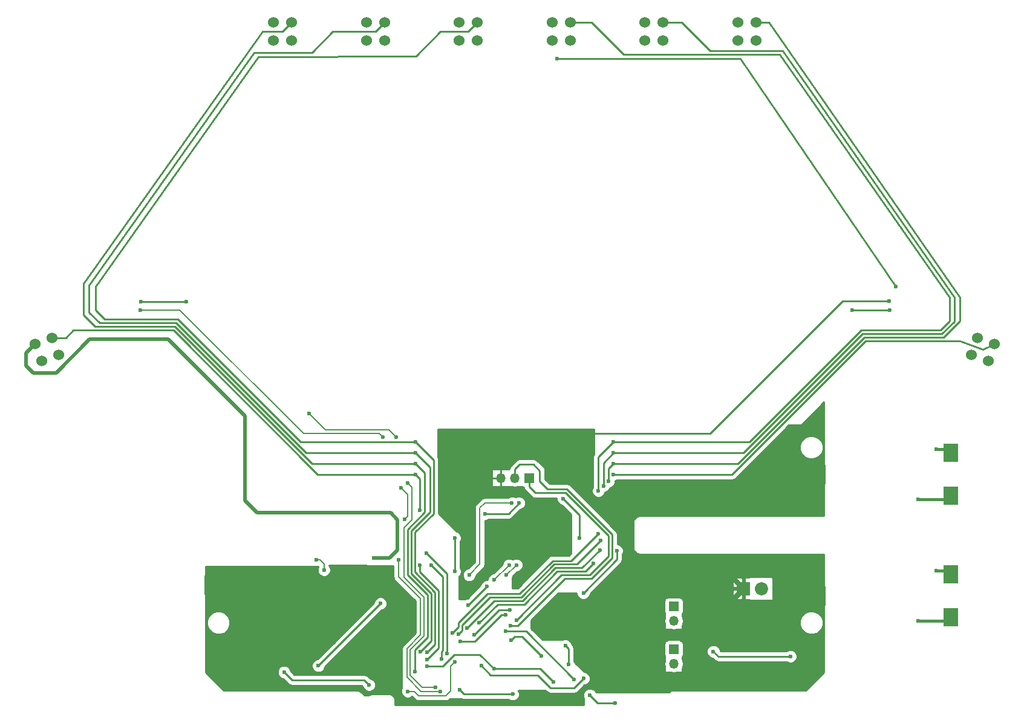
<source format=gbl>
G04 #@! TF.FileFunction,Copper,L2,Bot,Signal*
%FSLAX46Y46*%
G04 Gerber Fmt 4.6, Leading zero omitted, Abs format (unit mm)*
G04 Created by KiCad (PCBNEW 4.0.1-stable) date 2017/09/30 15:07:11*
%MOMM*%
G01*
G04 APERTURE LIST*
%ADD10C,0.100000*%
%ADD11R,1.850000X1.850000*%
%ADD12O,1.850000X1.850000*%
%ADD13R,1.350000X1.350000*%
%ADD14O,1.350000X1.350000*%
%ADD15C,1.524000*%
%ADD16R,2.000000X2.500000*%
%ADD17C,0.600000*%
%ADD18C,0.200000*%
%ADD19C,0.250000*%
%ADD20C,0.800000*%
%ADD21C,0.500000*%
%ADD22C,0.400000*%
%ADD23C,0.254000*%
G04 APERTURE END LIST*
D10*
D11*
X182000000Y-133000000D03*
D12*
X184540000Y-133000000D03*
D13*
X152000000Y-117500000D03*
D14*
X150000000Y-117500000D03*
X148000000Y-117500000D03*
D13*
X172250000Y-135500000D03*
D14*
X172250000Y-137500000D03*
D13*
X172250000Y-141500000D03*
D14*
X172250000Y-143500000D03*
D15*
X118770000Y-53730000D03*
X116230000Y-53730000D03*
X118770000Y-56270000D03*
X116230000Y-56270000D03*
X85259044Y-97872225D03*
X82872225Y-98740956D03*
X86127775Y-100259044D03*
X83740956Y-101127775D03*
X144770000Y-53730000D03*
X142230000Y-53730000D03*
X144770000Y-56270000D03*
X142230000Y-56270000D03*
X131770000Y-53730000D03*
X129230000Y-53730000D03*
X131770000Y-56270000D03*
X129230000Y-56270000D03*
X170770000Y-53730000D03*
X168230000Y-53730000D03*
X170770000Y-56270000D03*
X168230000Y-56270000D03*
X157770000Y-53730000D03*
X155230000Y-53730000D03*
X157770000Y-56270000D03*
X155230000Y-56270000D03*
X183770000Y-53730000D03*
X181230000Y-53730000D03*
X183770000Y-56270000D03*
X181230000Y-56270000D03*
X217127775Y-98740956D03*
X214740956Y-97872225D03*
X216259044Y-101127775D03*
X213872225Y-100259044D03*
D16*
X211000000Y-114000000D03*
X211000000Y-120000000D03*
X211000000Y-131000000D03*
X211000000Y-137000000D03*
D17*
X143700000Y-120500000D03*
X156100000Y-124700000D03*
X173800000Y-129500000D03*
X167000000Y-130000000D03*
X187700000Y-141100000D03*
X192700000Y-141000000D03*
X181800000Y-129100000D03*
X192500000Y-128900000D03*
X188600000Y-132200000D03*
X192400000Y-135400000D03*
X192000000Y-110600000D03*
X190300000Y-115900000D03*
X183200000Y-116500000D03*
X192600000Y-122100000D03*
X180100000Y-121300000D03*
X167000000Y-122300000D03*
X167000000Y-120200000D03*
X143800000Y-126200000D03*
X202400000Y-92700000D03*
X104000000Y-92800000D03*
X97700000Y-92800000D03*
X116600000Y-130600000D03*
X125200000Y-131100000D03*
X150450000Y-131900000D03*
X174100000Y-136400000D03*
X174100000Y-140100000D03*
X174000000Y-144500000D03*
X165700000Y-144800000D03*
X160800000Y-144800000D03*
X160750000Y-141450000D03*
X160750000Y-137550000D03*
X171800000Y-133600000D03*
X165800000Y-133800000D03*
X161400000Y-133800000D03*
X153300000Y-113100000D03*
X144900000Y-114000000D03*
X142600000Y-118000000D03*
X145800000Y-118000000D03*
X148500000Y-115400000D03*
X155100000Y-117500000D03*
X157300000Y-117700000D03*
X157400000Y-111300000D03*
X150000000Y-111300000D03*
X142500000Y-111300000D03*
X125000000Y-138000000D03*
X124700000Y-140600000D03*
X125000000Y-135400000D03*
X119500000Y-136300000D03*
X116700000Y-134500000D03*
X121700000Y-134800000D03*
X158500000Y-134700000D03*
X132300000Y-130500000D03*
X154400000Y-147800000D03*
X135800000Y-149000000D03*
X131400000Y-137400000D03*
X131000000Y-144400000D03*
X157100000Y-139200000D03*
X203300000Y-90700000D03*
X155900000Y-58800000D03*
X155400000Y-146100000D03*
X130300000Y-128700000D03*
X137700000Y-143850000D03*
X146100000Y-132700000D03*
X143500000Y-135300000D03*
X147100000Y-144250000D03*
X150600000Y-121000000D03*
X145800000Y-122500000D03*
X157100000Y-141000000D03*
X157500000Y-143600000D03*
X117700000Y-144700000D03*
X129600000Y-146500000D03*
X188600000Y-142500000D03*
X177800000Y-141800000D03*
X206500000Y-120500000D03*
X209000000Y-113500000D03*
X206500000Y-137500000D03*
X209000000Y-130500000D03*
X121200000Y-108500000D03*
X133400000Y-111800000D03*
X135000000Y-118200000D03*
X138900000Y-146800000D03*
X97600000Y-94000000D03*
X131500000Y-111800000D03*
X134100000Y-118900000D03*
X134600000Y-123300000D03*
X133700000Y-129000000D03*
X139600000Y-147400000D03*
X202500000Y-94000000D03*
X197200000Y-94000000D03*
X164300000Y-127700000D03*
X159600000Y-133600000D03*
X159600000Y-145600000D03*
X145300000Y-143800000D03*
X148700000Y-139000000D03*
X158300000Y-145700000D03*
X160500000Y-147900000D03*
X164000000Y-149000000D03*
X150200000Y-137400000D03*
X149400000Y-138200000D03*
X141600000Y-125900000D03*
X141600000Y-130600000D03*
X159050000Y-125950000D03*
X156750000Y-120400000D03*
X122500000Y-143800000D03*
X131200000Y-135100000D03*
X149700000Y-147800000D03*
X142300000Y-147200000D03*
X123300000Y-130400000D03*
X122200000Y-129000000D03*
X135000000Y-147400000D03*
X141600000Y-143300000D03*
X137600000Y-128000000D03*
X140500000Y-142100000D03*
X138300000Y-129750000D03*
X139750000Y-142850000D03*
X144300000Y-139500000D03*
X149300000Y-136000000D03*
X148700000Y-136700000D03*
X142400000Y-140400000D03*
X136000000Y-144600000D03*
X136100000Y-115500000D03*
X137700000Y-142900000D03*
X136700000Y-129700000D03*
X136700000Y-122000000D03*
X136100000Y-117000000D03*
X137700000Y-141900000D03*
X136100000Y-112500000D03*
X136800000Y-141800000D03*
X136100000Y-114000000D03*
X162400000Y-118600000D03*
X162000000Y-126300000D03*
X142100000Y-139400000D03*
X163800000Y-114000000D03*
X161700000Y-119300000D03*
X161700000Y-125300000D03*
X141300000Y-139200000D03*
X163800000Y-112500000D03*
X163100000Y-118000000D03*
X161900000Y-127600000D03*
X143300000Y-138500000D03*
X163800000Y-115500000D03*
X145000000Y-137800000D03*
X161000000Y-129500000D03*
X163800000Y-117000000D03*
X153700000Y-142400000D03*
X149500000Y-140200000D03*
X149200000Y-129700000D03*
X147100000Y-131800000D03*
X150200000Y-129700000D03*
X148800000Y-131100000D03*
X149600000Y-121000000D03*
X143600000Y-131100000D03*
D18*
X173800000Y-129500000D02*
X173300000Y-130000000D01*
X173300000Y-130000000D02*
X167000000Y-130000000D01*
D19*
X148000000Y-117500000D02*
X148000000Y-119100000D01*
X148000000Y-117500000D02*
X146400000Y-117500000D01*
X148000000Y-117500000D02*
X148000000Y-116200000D01*
D20*
X182000000Y-133000000D02*
X180100000Y-134900000D01*
X182000000Y-133000000D02*
X180100000Y-131100000D01*
D18*
X187800000Y-141000000D02*
X187700000Y-141100000D01*
X192700000Y-141000000D02*
X187800000Y-141000000D01*
X181800000Y-129100000D02*
X182000000Y-128900000D01*
X182000000Y-128900000D02*
X192500000Y-128900000D01*
X188600000Y-132200000D02*
X191800000Y-135400000D01*
X191800000Y-135400000D02*
X192400000Y-135400000D01*
X183800000Y-115900000D02*
X190300000Y-115900000D01*
X183200000Y-116500000D02*
X183800000Y-115900000D01*
X180900000Y-122100000D02*
X192600000Y-122100000D01*
X180100000Y-121300000D02*
X180900000Y-122100000D01*
X167000000Y-120200000D02*
X167000000Y-122300000D01*
D19*
X177300000Y-111300000D02*
X160300000Y-111300000D01*
X195900000Y-92700000D02*
X177300000Y-111300000D01*
X196700000Y-92700000D02*
X195900000Y-92700000D01*
X202400000Y-92700000D02*
X196700000Y-92700000D01*
X97700000Y-92800000D02*
X104000000Y-92800000D01*
X174200000Y-140850000D02*
X174100000Y-140100000D01*
X174100000Y-144400000D02*
X174200000Y-140850000D01*
X174000000Y-144500000D02*
X174100000Y-144400000D01*
X160800000Y-144800000D02*
X165700000Y-144800000D01*
X161400000Y-133800000D02*
X165800000Y-133800000D01*
X153200000Y-113200000D02*
X153300000Y-113100000D01*
X145700000Y-113200000D02*
X153200000Y-113200000D01*
X144900000Y-114000000D02*
X145700000Y-113200000D01*
X145800000Y-118000000D02*
X142600000Y-118000000D01*
X149500000Y-114400000D02*
X148500000Y-115400000D01*
X153200000Y-114400000D02*
X149500000Y-114400000D01*
X154800000Y-116000000D02*
X153200000Y-114400000D01*
X154900000Y-117300000D02*
X154800000Y-116000000D01*
X155100000Y-117500000D02*
X154900000Y-117300000D01*
X157300000Y-111400000D02*
X157300000Y-117700000D01*
X157400000Y-111300000D02*
X157300000Y-111400000D01*
X142500000Y-111300000D02*
X150000000Y-111300000D01*
X124000000Y-136900000D02*
X124700000Y-140600000D01*
X125000000Y-135400000D02*
X124000000Y-136900000D01*
X121400000Y-134500000D02*
X116700000Y-134500000D01*
X121700000Y-134800000D02*
X121400000Y-134500000D01*
X179100000Y-58800000D02*
X181600000Y-58800000D01*
X172300000Y-58800000D02*
X179100000Y-58800000D01*
X165300000Y-58800000D02*
X172300000Y-58800000D01*
X155900000Y-58800000D02*
X165300000Y-58800000D01*
X203300000Y-90700000D02*
X181600000Y-58800000D01*
X147100000Y-144250000D02*
X153550000Y-144250000D01*
X153550000Y-144250000D02*
X155400000Y-146100000D01*
D21*
X82872225Y-98740956D02*
X82859044Y-98740956D01*
X82859044Y-98740956D02*
X81600000Y-100000000D01*
X132500000Y-128700000D02*
X130300000Y-128700000D01*
X133600000Y-127600000D02*
X132500000Y-128700000D01*
X133600000Y-123400000D02*
X133600000Y-127600000D01*
X132600000Y-122400000D02*
X133600000Y-123400000D01*
X113900000Y-122400000D02*
X132600000Y-122400000D01*
X112200000Y-120700000D02*
X113900000Y-122400000D01*
X112200000Y-108800000D02*
X112200000Y-120700000D01*
X101500000Y-98100000D02*
X112200000Y-108800000D01*
X90500000Y-98100000D02*
X101500000Y-98100000D01*
X85800000Y-102800000D02*
X90500000Y-98100000D01*
X82600000Y-102800000D02*
X85800000Y-102800000D01*
X81600000Y-101800000D02*
X82600000Y-102800000D01*
X81600000Y-100000000D02*
X81600000Y-101800000D01*
D19*
X147100000Y-144250000D02*
X145100000Y-142250000D01*
X141550000Y-142250000D02*
X145100000Y-142250000D01*
X139950000Y-143850000D02*
X141550000Y-142250000D01*
X139650000Y-143850000D02*
X139950000Y-143850000D01*
X139650000Y-143850000D02*
X137700000Y-143850000D01*
X143500000Y-135300000D02*
X146100000Y-132700000D01*
X149100000Y-122500000D02*
X150600000Y-121000000D01*
X145800000Y-122500000D02*
X149100000Y-122500000D01*
X157500000Y-141400000D02*
X157100000Y-141000000D01*
X157500000Y-143600000D02*
X157500000Y-141400000D01*
X118800000Y-145800000D02*
X117700000Y-144700000D01*
X128900000Y-145800000D02*
X118800000Y-145800000D01*
X129600000Y-146500000D02*
X128900000Y-145800000D01*
X178500000Y-142500000D02*
X188600000Y-142500000D01*
X177800000Y-141800000D02*
X178500000Y-142500000D01*
D22*
X211000000Y-120500000D02*
X206500000Y-120500000D01*
X211000000Y-113500000D02*
X209000000Y-113500000D01*
X211000000Y-137500000D02*
X206500000Y-137500000D01*
X211000000Y-130500000D02*
X209000000Y-130500000D01*
D18*
X123500000Y-110800000D02*
X121200000Y-108500000D01*
X132400000Y-110800000D02*
X123500000Y-110800000D01*
X133400000Y-111800000D02*
X132400000Y-110800000D01*
X135600000Y-118800000D02*
X135000000Y-118200000D01*
X135600000Y-123400000D02*
X135600000Y-118800000D01*
X134500000Y-124500000D02*
X135600000Y-123400000D01*
X134500000Y-131400000D02*
X134500000Y-124500000D01*
X137300000Y-134200000D02*
X134500000Y-131400000D01*
X137300000Y-139600000D02*
X137300000Y-134200000D01*
X135300000Y-141600000D02*
X137300000Y-139600000D01*
X135300000Y-145100000D02*
X135300000Y-141600000D01*
X137000000Y-146800000D02*
X135300000Y-145100000D01*
X138900000Y-146800000D02*
X137000000Y-146800000D01*
X103100000Y-94000000D02*
X97600000Y-94000000D01*
X120400000Y-111300000D02*
X103100000Y-94000000D01*
X131000000Y-111300000D02*
X120400000Y-111300000D01*
X131500000Y-111800000D02*
X131000000Y-111300000D01*
X135000000Y-119800000D02*
X134100000Y-118900000D01*
X135000000Y-122900000D02*
X135000000Y-119800000D01*
X134600000Y-123300000D02*
X135000000Y-122900000D01*
X133700000Y-131300000D02*
X133700000Y-129000000D01*
X136800000Y-134400000D02*
X133700000Y-131300000D01*
X136800000Y-139500000D02*
X136800000Y-134400000D01*
X134900000Y-141400000D02*
X136800000Y-139500000D01*
X134900000Y-145400000D02*
X134900000Y-141400000D01*
X136900000Y-147400000D02*
X134900000Y-145400000D01*
X137100000Y-147400000D02*
X136900000Y-147400000D01*
X138100000Y-147400000D02*
X137100000Y-147400000D01*
X139600000Y-147400000D02*
X138100000Y-147400000D01*
D19*
X197200000Y-94000000D02*
X202500000Y-94000000D01*
X164300000Y-128900000D02*
X164300000Y-127700000D01*
X159600000Y-133600000D02*
X164300000Y-128900000D01*
X158300000Y-146900000D02*
X159600000Y-145600000D01*
X155000000Y-146900000D02*
X158300000Y-146900000D01*
X153200000Y-145100000D02*
X155000000Y-146900000D01*
X146600000Y-145100000D02*
X153200000Y-145100000D01*
X145300000Y-143800000D02*
X146600000Y-145100000D01*
X151600000Y-139000000D02*
X148700000Y-139000000D01*
X158300000Y-145700000D02*
X151600000Y-139000000D01*
X161600000Y-149000000D02*
X160500000Y-147900000D01*
X164000000Y-149000000D02*
X161600000Y-149000000D01*
X152000000Y-118700000D02*
X152000000Y-117500000D01*
X152900000Y-119600000D02*
X152000000Y-118700000D01*
X157100000Y-119600000D02*
X152900000Y-119600000D01*
X163100000Y-125600000D02*
X157100000Y-119600000D01*
X163100000Y-128500000D02*
X163100000Y-125600000D01*
X160500000Y-131100000D02*
X163100000Y-128500000D01*
X156500000Y-131100000D02*
X160500000Y-131100000D01*
X150200000Y-137400000D02*
X156500000Y-131100000D01*
X150000000Y-116300000D02*
X150000000Y-117500000D01*
X150700000Y-115600000D02*
X150000000Y-116300000D01*
X152600000Y-115600000D02*
X150700000Y-115600000D01*
X153500000Y-116500000D02*
X152600000Y-115600000D01*
X153500000Y-118000000D02*
X153500000Y-116500000D01*
X154600000Y-119100000D02*
X153500000Y-118000000D01*
X157300000Y-119100000D02*
X154600000Y-119100000D01*
X163600000Y-125400000D02*
X157300000Y-119100000D01*
X163600000Y-128700000D02*
X163600000Y-125400000D01*
X160700000Y-131600000D02*
X163600000Y-128700000D01*
X157000000Y-131600000D02*
X160700000Y-131600000D01*
X150400000Y-138200000D02*
X157000000Y-131600000D01*
X149400000Y-138200000D02*
X150400000Y-138200000D01*
X141600000Y-130600000D02*
X141600000Y-125900000D01*
X159050000Y-122700000D02*
X159050000Y-125950000D01*
X156750000Y-120400000D02*
X159050000Y-122700000D01*
X131200000Y-135100000D02*
X122500000Y-143800000D01*
X142900000Y-147800000D02*
X149700000Y-147800000D01*
X142300000Y-147200000D02*
X142900000Y-147800000D01*
D18*
X123300000Y-129600000D02*
X123300000Y-130400000D01*
X122700000Y-129000000D02*
X123300000Y-129600000D01*
X122200000Y-129000000D02*
X122700000Y-129000000D01*
X135900000Y-147400000D02*
X135000000Y-147400000D01*
X136500000Y-148000000D02*
X135900000Y-147400000D01*
X140300000Y-148000000D02*
X136500000Y-148000000D01*
X141000000Y-147300000D02*
X140300000Y-148000000D01*
X141000000Y-143900000D02*
X141000000Y-147300000D01*
X141600000Y-143300000D02*
X141000000Y-143900000D01*
D19*
X140500000Y-130900000D02*
X137600000Y-128000000D01*
X140500000Y-133200000D02*
X140500000Y-130900000D01*
X140500000Y-136900000D02*
X140500000Y-133200000D01*
X140500000Y-142100000D02*
X140500000Y-136900000D01*
X139900000Y-131350000D02*
X138300000Y-129750000D01*
X139900000Y-141700000D02*
X139900000Y-131350000D01*
X139750000Y-141850000D02*
X139900000Y-141700000D01*
X139750000Y-142850000D02*
X139750000Y-141850000D01*
X147800000Y-136000000D02*
X144300000Y-139500000D01*
X148000000Y-136000000D02*
X147800000Y-136000000D01*
X148200000Y-136000000D02*
X148000000Y-136000000D01*
X148400000Y-136000000D02*
X148200000Y-136000000D01*
X149300000Y-136000000D02*
X148400000Y-136000000D01*
X148100000Y-136700000D02*
X148700000Y-136700000D01*
X144400000Y-140400000D02*
X148100000Y-136700000D01*
X142400000Y-140400000D02*
X144400000Y-140400000D01*
X136100000Y-115500000D02*
X137400000Y-116800000D01*
X136000000Y-141600000D02*
X136000000Y-144600000D01*
X137800000Y-139800000D02*
X136000000Y-141600000D01*
X137800000Y-133900000D02*
X137800000Y-139800000D01*
X135000000Y-131100000D02*
X137800000Y-133900000D01*
X135000000Y-124700000D02*
X135000000Y-131100000D01*
X137400000Y-122300000D02*
X135000000Y-124700000D01*
X137400000Y-116800000D02*
X137400000Y-122300000D01*
X89600000Y-90300000D02*
X89600000Y-94700000D01*
X118770000Y-53730000D02*
X117500000Y-55000000D01*
X117500000Y-55000000D02*
X114700000Y-55000000D01*
X89600000Y-90300000D02*
X114700000Y-55000000D01*
X121600000Y-115500000D02*
X136100000Y-115500000D01*
X102400000Y-96300000D02*
X121600000Y-115500000D01*
X91200000Y-96300000D02*
X102400000Y-96300000D01*
X89600000Y-94700000D02*
X91200000Y-96300000D01*
X137700000Y-142900000D02*
X139300000Y-141300000D01*
X139300000Y-141300000D02*
X139300000Y-133300000D01*
X139300000Y-133300000D02*
X136700000Y-130700000D01*
X136700000Y-130700000D02*
X136700000Y-129700000D01*
X136700000Y-122000000D02*
X136700000Y-118700000D01*
X136700000Y-118700000D02*
X136700000Y-117800000D01*
X136700000Y-117800000D02*
X136700000Y-117600000D01*
X136700000Y-117600000D02*
X136100000Y-117000000D01*
X85259044Y-97872225D02*
X87127775Y-97872225D01*
X122400000Y-117000000D02*
X136100000Y-117000000D01*
X102200000Y-96800000D02*
X122400000Y-117000000D01*
X88200000Y-96800000D02*
X102200000Y-96800000D01*
X87127775Y-97872225D02*
X88200000Y-96800000D01*
X91300000Y-90700000D02*
X91300000Y-94000000D01*
X91300000Y-94000000D02*
X92600000Y-95300000D01*
X92600000Y-95300000D02*
X102800000Y-95300000D01*
X102800000Y-95300000D02*
X120000000Y-112500000D01*
X120000000Y-112500000D02*
X136100000Y-112500000D01*
X91300000Y-90700000D02*
X114100000Y-58500000D01*
X143500000Y-55000000D02*
X139600000Y-55000000D01*
X139600000Y-55000000D02*
X136200000Y-58400000D01*
X136200000Y-58400000D02*
X114100000Y-58500000D01*
X144770000Y-53730000D02*
X143500000Y-55000000D01*
X138600000Y-115000000D02*
X136100000Y-112500000D01*
X138600000Y-122500000D02*
X138600000Y-115000000D01*
X136000000Y-125100000D02*
X138600000Y-122500000D01*
X136000000Y-130700000D02*
X136000000Y-125100000D01*
X138800000Y-133500000D02*
X136000000Y-130700000D01*
X138800000Y-140800000D02*
X138800000Y-133500000D01*
X137700000Y-141900000D02*
X138800000Y-140800000D01*
X138100000Y-116000000D02*
X136100000Y-114000000D01*
X138100000Y-122300000D02*
X138100000Y-116000000D01*
X135500000Y-124900000D02*
X138100000Y-122300000D01*
X135500000Y-130900000D02*
X135500000Y-124900000D01*
X138300000Y-133700000D02*
X135500000Y-130900000D01*
X138300000Y-140300000D02*
X138300000Y-133700000D01*
X136800000Y-141800000D02*
X138300000Y-140300000D01*
X90400000Y-90500000D02*
X90400000Y-94300000D01*
X130500000Y-55000000D02*
X124500000Y-55000000D01*
X131770000Y-53730000D02*
X130500000Y-55000000D01*
X121600000Y-57900000D02*
X113500000Y-57900000D01*
X124500000Y-55000000D02*
X121600000Y-57900000D01*
X90400000Y-90500000D02*
X113500000Y-57900000D01*
X120800000Y-114000000D02*
X136100000Y-114000000D01*
X102600000Y-95800000D02*
X120800000Y-114000000D01*
X91900000Y-95800000D02*
X102600000Y-95800000D01*
X90400000Y-94300000D02*
X91900000Y-95800000D01*
X162400000Y-115400000D02*
X163800000Y-114000000D01*
X162400000Y-115700000D02*
X162400000Y-115400000D01*
X162400000Y-118600000D02*
X162400000Y-115700000D01*
X158700000Y-129600000D02*
X162000000Y-126300000D01*
X155500000Y-129600000D02*
X158700000Y-129600000D01*
X150900000Y-134200000D02*
X155500000Y-129600000D01*
X146500000Y-134200000D02*
X150900000Y-134200000D01*
X142600000Y-138100000D02*
X146500000Y-134200000D01*
X142600000Y-138900000D02*
X142600000Y-138100000D01*
X142100000Y-139400000D02*
X142600000Y-138900000D01*
X211500000Y-92200000D02*
X211500000Y-95600000D01*
X170770000Y-53730000D02*
X173330000Y-53730000D01*
X177300000Y-57700000D02*
X187500000Y-57700000D01*
X173330000Y-53730000D02*
X177300000Y-57700000D01*
X211500000Y-92200000D02*
X187500000Y-57700000D01*
X182000000Y-114000000D02*
X163800000Y-114000000D01*
X198700000Y-97300000D02*
X182000000Y-114000000D01*
X209800000Y-97300000D02*
X198700000Y-97300000D01*
X211500000Y-95600000D02*
X209800000Y-97300000D01*
X161700000Y-114600000D02*
X163800000Y-112500000D01*
X161700000Y-119300000D02*
X161700000Y-114600000D01*
X157900000Y-129100000D02*
X161700000Y-125300000D01*
X155300000Y-129100000D02*
X157900000Y-129100000D01*
X150700000Y-133700000D02*
X155300000Y-129100000D01*
X146200000Y-133700000D02*
X150700000Y-133700000D01*
X142100000Y-137800000D02*
X146200000Y-133700000D01*
X142100000Y-138400000D02*
X142100000Y-137800000D01*
X141300000Y-139200000D02*
X142100000Y-138400000D01*
X210900000Y-92200000D02*
X210900000Y-95500000D01*
X157770000Y-53730000D02*
X160730000Y-53730000D01*
X165200000Y-58200000D02*
X187100000Y-58200000D01*
X160730000Y-53730000D02*
X165200000Y-58200000D01*
X210900000Y-92200000D02*
X187100000Y-58200000D01*
X182800000Y-112500000D02*
X163800000Y-112500000D01*
X198500000Y-96800000D02*
X182800000Y-112500000D01*
X209600000Y-96800000D02*
X198500000Y-96800000D01*
X210900000Y-95500000D02*
X209600000Y-96800000D01*
X163800000Y-115500000D02*
X163100000Y-116200000D01*
X163100000Y-116200000D02*
X163100000Y-118000000D01*
X161900000Y-127600000D02*
X159400000Y-130100000D01*
X159400000Y-130100000D02*
X155700000Y-130100000D01*
X155700000Y-130100000D02*
X151100000Y-134700000D01*
X151100000Y-134700000D02*
X147100000Y-134700000D01*
X147100000Y-134700000D02*
X143300000Y-138500000D01*
X212300000Y-92200000D02*
X212300000Y-95500000D01*
X183770000Y-53730000D02*
X185530000Y-53730000D01*
X185530000Y-53730000D02*
X185600000Y-53800000D01*
X212300000Y-92200000D02*
X185600000Y-53800000D01*
X181200000Y-115500000D02*
X163800000Y-115500000D01*
X198900000Y-97800000D02*
X181200000Y-115500000D01*
X210000000Y-97800000D02*
X198900000Y-97800000D01*
X212300000Y-95500000D02*
X210000000Y-97800000D01*
X147600000Y-135200000D02*
X145000000Y-137800000D01*
X151300000Y-135200000D02*
X147600000Y-135200000D01*
X155900000Y-130600000D02*
X151300000Y-135200000D01*
X159900000Y-130600000D02*
X155900000Y-130600000D01*
X161000000Y-129500000D02*
X159900000Y-130600000D01*
X212300000Y-98300000D02*
X199100000Y-98300000D01*
X215500000Y-99500000D02*
X212300000Y-98300000D01*
X217127775Y-98740956D02*
X215500000Y-99500000D01*
X180400000Y-117000000D02*
X163800000Y-117000000D01*
X199100000Y-98300000D02*
X180400000Y-117000000D01*
X151000000Y-139700000D02*
X153700000Y-142400000D01*
X150000000Y-139700000D02*
X151000000Y-139700000D01*
X149500000Y-140200000D02*
X150000000Y-139700000D01*
D18*
X147100000Y-131800000D02*
X149200000Y-129700000D01*
X148800000Y-131100000D02*
X150200000Y-129700000D01*
X145800000Y-121000000D02*
X149600000Y-121000000D01*
X145100000Y-121700000D02*
X145800000Y-121000000D01*
X145100000Y-129600000D02*
X145100000Y-121700000D01*
X143600000Y-131100000D02*
X145100000Y-129600000D01*
D23*
G36*
X193290000Y-115500000D02*
X193344046Y-115771705D01*
X193373000Y-115815038D01*
X193373000Y-118184962D01*
X193344046Y-118228295D01*
X193290000Y-118500000D01*
X193290000Y-122790000D01*
X167500000Y-122790000D01*
X167228295Y-122844046D01*
X166997954Y-122997954D01*
X166747954Y-123247954D01*
X166594046Y-123478295D01*
X166540000Y-123750000D01*
X166540000Y-127250000D01*
X166594046Y-127521705D01*
X166747954Y-127752046D01*
X166997954Y-128002046D01*
X167228295Y-128155954D01*
X167500000Y-128210000D01*
X193290000Y-128210000D01*
X193290000Y-132500000D01*
X193344046Y-132771705D01*
X193373000Y-132815038D01*
X193373000Y-135184962D01*
X193344046Y-135228295D01*
X193290000Y-135500000D01*
X193290000Y-144705908D01*
X190705908Y-147290000D01*
X172000000Y-147290000D01*
X171728295Y-147344046D01*
X171535301Y-147473000D01*
X161335239Y-147473000D01*
X161293117Y-147371057D01*
X161030327Y-147107808D01*
X160686799Y-146965162D01*
X160314833Y-146964838D01*
X159971057Y-147106883D01*
X159707808Y-147369673D01*
X159565162Y-147713201D01*
X159564838Y-148085167D01*
X159673000Y-148346940D01*
X159673000Y-149290000D01*
X133210000Y-149290000D01*
X133210000Y-148500000D01*
X133155954Y-148228295D01*
X133002046Y-147997954D01*
X132771705Y-147844046D01*
X132500000Y-147790000D01*
X130000000Y-147790000D01*
X129728295Y-147844046D01*
X129535301Y-147973000D01*
X128977092Y-147973000D01*
X128502046Y-147497954D01*
X128271705Y-147344046D01*
X128000000Y-147290000D01*
X109294092Y-147290000D01*
X106889259Y-144885167D01*
X116764838Y-144885167D01*
X116906883Y-145228943D01*
X117169673Y-145492192D01*
X117513201Y-145634838D01*
X117560077Y-145634879D01*
X118262599Y-146337401D01*
X118509161Y-146502148D01*
X118800000Y-146560000D01*
X128585198Y-146560000D01*
X128664878Y-146639680D01*
X128664838Y-146685167D01*
X128806883Y-147028943D01*
X129069673Y-147292192D01*
X129413201Y-147434838D01*
X129785167Y-147435162D01*
X130128943Y-147293117D01*
X130392192Y-147030327D01*
X130534838Y-146686799D01*
X130535162Y-146314833D01*
X130393117Y-145971057D01*
X130130327Y-145707808D01*
X129786799Y-145565162D01*
X129739924Y-145565121D01*
X129437401Y-145262599D01*
X129190839Y-145097852D01*
X128900000Y-145040000D01*
X119114802Y-145040000D01*
X118635122Y-144560320D01*
X118635162Y-144514833D01*
X118493117Y-144171057D01*
X118307552Y-143985167D01*
X121564838Y-143985167D01*
X121706883Y-144328943D01*
X121969673Y-144592192D01*
X122313201Y-144734838D01*
X122685167Y-144735162D01*
X123028943Y-144593117D01*
X123292192Y-144330327D01*
X123434838Y-143986799D01*
X123434879Y-143939923D01*
X131339680Y-136035122D01*
X131385167Y-136035162D01*
X131728943Y-135893117D01*
X131992192Y-135630327D01*
X132134838Y-135286799D01*
X132135162Y-134914833D01*
X131993117Y-134571057D01*
X131730327Y-134307808D01*
X131386799Y-134165162D01*
X131014833Y-134164838D01*
X130671057Y-134306883D01*
X130407808Y-134569673D01*
X130265162Y-134913201D01*
X130265121Y-134960077D01*
X122360320Y-142864878D01*
X122314833Y-142864838D01*
X121971057Y-143006883D01*
X121707808Y-143269673D01*
X121565162Y-143613201D01*
X121564838Y-143985167D01*
X118307552Y-143985167D01*
X118230327Y-143907808D01*
X117886799Y-143765162D01*
X117514833Y-143764838D01*
X117171057Y-143906883D01*
X116907808Y-144169673D01*
X116765162Y-144513201D01*
X116764838Y-144885167D01*
X106889259Y-144885167D01*
X106710000Y-144705908D01*
X106710000Y-138108795D01*
X106864716Y-138108795D01*
X107113106Y-138709943D01*
X107572637Y-139170278D01*
X108173352Y-139419716D01*
X108823795Y-139420284D01*
X109424943Y-139171894D01*
X109885278Y-138712363D01*
X110134716Y-138111648D01*
X110135284Y-137461205D01*
X109886894Y-136860057D01*
X109427363Y-136399722D01*
X108826648Y-136150284D01*
X108176205Y-136149716D01*
X107575057Y-136398106D01*
X107114722Y-136857637D01*
X106865284Y-137458352D01*
X106864716Y-138108795D01*
X106710000Y-138108795D01*
X106710000Y-134000000D01*
X106655954Y-133728295D01*
X106627000Y-133684962D01*
X106627000Y-131315038D01*
X106655954Y-131271705D01*
X106710000Y-131000000D01*
X106710000Y-129927000D01*
X121994325Y-129927000D01*
X122013201Y-129934838D01*
X122385167Y-129935162D01*
X122404921Y-129927000D01*
X122484004Y-129927000D01*
X122365162Y-130213201D01*
X122364838Y-130585167D01*
X122506883Y-130928943D01*
X122769673Y-131192192D01*
X123113201Y-131334838D01*
X123485167Y-131335162D01*
X123828943Y-131193117D01*
X124092192Y-130930327D01*
X124234838Y-130586799D01*
X124235162Y-130214833D01*
X124093117Y-129871057D01*
X124035000Y-129812838D01*
X124035000Y-129727000D01*
X129151531Y-129727000D01*
X129158965Y-129738553D01*
X129200590Y-129766994D01*
X129250000Y-129777000D01*
X132965000Y-129777000D01*
X132965000Y-131300000D01*
X133011713Y-131534838D01*
X133020949Y-131581272D01*
X133180277Y-131819723D01*
X136065000Y-134704447D01*
X136065000Y-139195553D01*
X134380277Y-140880277D01*
X134220949Y-141118728D01*
X134165000Y-141400000D01*
X134165000Y-145400000D01*
X134173000Y-145440218D01*
X134173000Y-146900000D01*
X134179927Y-146936817D01*
X134065162Y-147213201D01*
X134064838Y-147585167D01*
X134206883Y-147928943D01*
X134469673Y-148192192D01*
X134813201Y-148334838D01*
X135185167Y-148335162D01*
X135528943Y-148193117D01*
X135587162Y-148135000D01*
X135595554Y-148135000D01*
X135980276Y-148519723D01*
X136184161Y-148655954D01*
X136218728Y-148679051D01*
X136500000Y-148735000D01*
X140300000Y-148735000D01*
X140581272Y-148679051D01*
X140819723Y-148519723D01*
X140912446Y-148427000D01*
X142496694Y-148427000D01*
X142609161Y-148502148D01*
X142900000Y-148560000D01*
X149137537Y-148560000D01*
X149169673Y-148592192D01*
X149513201Y-148734838D01*
X149885167Y-148735162D01*
X150228943Y-148593117D01*
X150492192Y-148330327D01*
X150634838Y-147986799D01*
X150635162Y-147614833D01*
X150527000Y-147353060D01*
X150527000Y-147227000D01*
X154252198Y-147227000D01*
X154462599Y-147437401D01*
X154709160Y-147602148D01*
X154744417Y-147609161D01*
X155000000Y-147660000D01*
X158300000Y-147660000D01*
X158590839Y-147602148D01*
X158837401Y-147437401D01*
X159739680Y-146535122D01*
X159785167Y-146535162D01*
X160128943Y-146393117D01*
X160392192Y-146130327D01*
X160534838Y-145786799D01*
X160535162Y-145414833D01*
X160393117Y-145071057D01*
X160130327Y-144807808D01*
X159786799Y-144665162D01*
X159744731Y-144665125D01*
X158579606Y-143500000D01*
X170914336Y-143500000D01*
X171014054Y-144001315D01*
X171023000Y-144014704D01*
X171023000Y-144600000D01*
X171031685Y-144646159D01*
X171058965Y-144688553D01*
X171100590Y-144716994D01*
X171150000Y-144727000D01*
X171807068Y-144727000D01*
X172224336Y-144810000D01*
X172275664Y-144810000D01*
X172692932Y-144727000D01*
X173300000Y-144727000D01*
X173346159Y-144718315D01*
X173388553Y-144691035D01*
X173416994Y-144649410D01*
X173427000Y-144600000D01*
X173427000Y-144089534D01*
X173485946Y-144001315D01*
X173585664Y-143500000D01*
X173485946Y-142998685D01*
X173427000Y-142910466D01*
X173427000Y-142565094D01*
X173521431Y-142426890D01*
X173572440Y-142175000D01*
X173572440Y-141985167D01*
X176864838Y-141985167D01*
X177006883Y-142328943D01*
X177269673Y-142592192D01*
X177613201Y-142734838D01*
X177660076Y-142734879D01*
X177962598Y-143037401D01*
X178117405Y-143140839D01*
X178209161Y-143202148D01*
X178500000Y-143260000D01*
X188037537Y-143260000D01*
X188069673Y-143292192D01*
X188413201Y-143434838D01*
X188785167Y-143435162D01*
X189128943Y-143293117D01*
X189392192Y-143030327D01*
X189534838Y-142686799D01*
X189535162Y-142314833D01*
X189393117Y-141971057D01*
X189130327Y-141707808D01*
X188786799Y-141565162D01*
X188414833Y-141564838D01*
X188071057Y-141706883D01*
X188037882Y-141740000D01*
X178814803Y-141740000D01*
X178735122Y-141660320D01*
X178735162Y-141614833D01*
X178593117Y-141271057D01*
X178330327Y-141007808D01*
X177986799Y-140865162D01*
X177614833Y-140864838D01*
X177271057Y-141006883D01*
X177007808Y-141269673D01*
X176865162Y-141613201D01*
X176864838Y-141985167D01*
X173572440Y-141985167D01*
X173572440Y-140825000D01*
X173528162Y-140589683D01*
X173427000Y-140432473D01*
X173427000Y-140400000D01*
X173418315Y-140353841D01*
X173391035Y-140311447D01*
X173349410Y-140283006D01*
X173300000Y-140273000D01*
X173241917Y-140273000D01*
X173176890Y-140228569D01*
X172925000Y-140177560D01*
X171575000Y-140177560D01*
X171339683Y-140221838D01*
X171260175Y-140273000D01*
X171150000Y-140273000D01*
X171103841Y-140281685D01*
X171061447Y-140308965D01*
X171033006Y-140350590D01*
X171023000Y-140400000D01*
X171023000Y-140508083D01*
X170978569Y-140573110D01*
X170927560Y-140825000D01*
X170927560Y-142175000D01*
X170971838Y-142410317D01*
X171023000Y-142489825D01*
X171023000Y-142985296D01*
X171014054Y-142998685D01*
X170914336Y-143500000D01*
X158579606Y-143500000D01*
X158393423Y-143313817D01*
X158293117Y-143071057D01*
X158260000Y-143037882D01*
X158260000Y-141400000D01*
X158202148Y-141109161D01*
X158202148Y-141109160D01*
X158037401Y-140862599D01*
X158035122Y-140860320D01*
X158035162Y-140814833D01*
X157893117Y-140471057D01*
X157630327Y-140207808D01*
X157286799Y-140065162D01*
X156914833Y-140064838D01*
X156653060Y-140173000D01*
X153847802Y-140173000D01*
X152277000Y-138602198D01*
X152277000Y-137500000D01*
X170914336Y-137500000D01*
X171014054Y-138001315D01*
X171023000Y-138014704D01*
X171023000Y-138600000D01*
X171031685Y-138646159D01*
X171058965Y-138688553D01*
X171100590Y-138716994D01*
X171150000Y-138727000D01*
X171807068Y-138727000D01*
X172224336Y-138810000D01*
X172275664Y-138810000D01*
X172692932Y-138727000D01*
X173300000Y-138727000D01*
X173346159Y-138718315D01*
X173388553Y-138691035D01*
X173416994Y-138649410D01*
X173427000Y-138600000D01*
X173427000Y-138108795D01*
X189864716Y-138108795D01*
X190113106Y-138709943D01*
X190572637Y-139170278D01*
X191173352Y-139419716D01*
X191823795Y-139420284D01*
X192424943Y-139171894D01*
X192885278Y-138712363D01*
X193134716Y-138111648D01*
X193135284Y-137461205D01*
X192886894Y-136860057D01*
X192427363Y-136399722D01*
X191826648Y-136150284D01*
X191176205Y-136149716D01*
X190575057Y-136398106D01*
X190114722Y-136857637D01*
X189865284Y-137458352D01*
X189864716Y-138108795D01*
X173427000Y-138108795D01*
X173427000Y-138089534D01*
X173485946Y-138001315D01*
X173585664Y-137500000D01*
X173485946Y-136998685D01*
X173427000Y-136910466D01*
X173427000Y-136565094D01*
X173521431Y-136426890D01*
X173572440Y-136175000D01*
X173572440Y-134825000D01*
X173528162Y-134589683D01*
X173427000Y-134432473D01*
X173427000Y-134400000D01*
X173418315Y-134353841D01*
X173391035Y-134311447D01*
X173349410Y-134283006D01*
X173300000Y-134273000D01*
X173241917Y-134273000D01*
X173176890Y-134228569D01*
X172925000Y-134177560D01*
X171575000Y-134177560D01*
X171339683Y-134221838D01*
X171260175Y-134273000D01*
X171150000Y-134273000D01*
X171103841Y-134281685D01*
X171061447Y-134308965D01*
X171033006Y-134350590D01*
X171023000Y-134400000D01*
X171023000Y-134508083D01*
X170978569Y-134573110D01*
X170927560Y-134825000D01*
X170927560Y-136175000D01*
X170971838Y-136410317D01*
X171023000Y-136489825D01*
X171023000Y-136985296D01*
X171014054Y-136998685D01*
X170914336Y-137500000D01*
X152277000Y-137500000D01*
X152277000Y-137397802D01*
X156047802Y-133627000D01*
X158664976Y-133627000D01*
X158664838Y-133785167D01*
X158806883Y-134128943D01*
X159069673Y-134392192D01*
X159413201Y-134534838D01*
X159785167Y-134535162D01*
X160128943Y-134393117D01*
X160392192Y-134130327D01*
X160534838Y-133786799D01*
X160534879Y-133739923D01*
X160989052Y-133285750D01*
X180440000Y-133285750D01*
X180440000Y-134051309D01*
X180536673Y-134284698D01*
X180715301Y-134463327D01*
X180948690Y-134560000D01*
X181714250Y-134560000D01*
X181873000Y-134401250D01*
X181873000Y-133127000D01*
X180598750Y-133127000D01*
X180440000Y-133285750D01*
X160989052Y-133285750D01*
X162326111Y-131948691D01*
X180440000Y-131948691D01*
X180440000Y-132714250D01*
X180598750Y-132873000D01*
X181873000Y-132873000D01*
X181873000Y-131598750D01*
X182127000Y-131598750D01*
X182127000Y-132873000D01*
X182147000Y-132873000D01*
X182147000Y-133127000D01*
X182127000Y-133127000D01*
X182127000Y-134401250D01*
X182285750Y-134560000D01*
X182790592Y-134560000D01*
X182808965Y-134588553D01*
X182850590Y-134616994D01*
X182900000Y-134627000D01*
X186000000Y-134627000D01*
X186046159Y-134618315D01*
X186088553Y-134591035D01*
X186116994Y-134549410D01*
X186127000Y-134500000D01*
X186127000Y-131500000D01*
X186118315Y-131453841D01*
X186091035Y-131411447D01*
X186049410Y-131383006D01*
X186000000Y-131373000D01*
X182900000Y-131373000D01*
X182853841Y-131381685D01*
X182811447Y-131408965D01*
X182790242Y-131440000D01*
X182285750Y-131440000D01*
X182127000Y-131598750D01*
X181873000Y-131598750D01*
X181714250Y-131440000D01*
X180948690Y-131440000D01*
X180715301Y-131536673D01*
X180536673Y-131715302D01*
X180440000Y-131948691D01*
X162326111Y-131948691D01*
X164837401Y-129437401D01*
X165002148Y-129190839D01*
X165060000Y-128900000D01*
X165060000Y-128262463D01*
X165092192Y-128230327D01*
X165234838Y-127886799D01*
X165235162Y-127514833D01*
X165093117Y-127171057D01*
X164830327Y-126907808D01*
X164486799Y-126765162D01*
X164360000Y-126765052D01*
X164360000Y-125400000D01*
X164302148Y-125109161D01*
X164302148Y-125109160D01*
X164137401Y-124862599D01*
X157837401Y-118562599D01*
X157590839Y-118397852D01*
X157300000Y-118340000D01*
X154914802Y-118340000D01*
X154260000Y-117685198D01*
X154260000Y-116500000D01*
X154222494Y-116311447D01*
X154202148Y-116209160D01*
X154037401Y-115962599D01*
X153137401Y-115062599D01*
X152890839Y-114897852D01*
X152600000Y-114840000D01*
X150700000Y-114840000D01*
X150409161Y-114897852D01*
X150346082Y-114940000D01*
X150162598Y-115062599D01*
X149462599Y-115762599D01*
X149297852Y-116009161D01*
X149245371Y-116273000D01*
X148428174Y-116273000D01*
X148329400Y-116232090D01*
X148262455Y-116273000D01*
X147737545Y-116273000D01*
X147670600Y-116232090D01*
X147571826Y-116273000D01*
X146900000Y-116273000D01*
X146853841Y-116281685D01*
X146811447Y-116308965D01*
X146783006Y-116350590D01*
X146773000Y-116400000D01*
X146773000Y-117086001D01*
X146732080Y-117170598D01*
X146773000Y-117238027D01*
X146773000Y-117761973D01*
X146732080Y-117829402D01*
X146773000Y-117913999D01*
X146773000Y-118600000D01*
X146781685Y-118646159D01*
X146808965Y-118688553D01*
X146850590Y-118716994D01*
X146900000Y-118727000D01*
X147571826Y-118727000D01*
X147670600Y-118767910D01*
X147737545Y-118727000D01*
X148262455Y-118727000D01*
X148329400Y-118767910D01*
X148428174Y-118727000D01*
X149485296Y-118727000D01*
X149498685Y-118735946D01*
X150000000Y-118835664D01*
X150501315Y-118735946D01*
X150514704Y-118727000D01*
X151008083Y-118727000D01*
X151073110Y-118771431D01*
X151261810Y-118809644D01*
X151297852Y-118990839D01*
X151462599Y-119237401D01*
X152362599Y-120137401D01*
X152609160Y-120302148D01*
X152900000Y-120360000D01*
X155815034Y-120360000D01*
X155814838Y-120585167D01*
X155956883Y-120928943D01*
X156219673Y-121192192D01*
X156563201Y-121334838D01*
X156610077Y-121334879D01*
X157873000Y-122597802D01*
X157873000Y-128052198D01*
X157585198Y-128340000D01*
X155300000Y-128340000D01*
X155009160Y-128397852D01*
X154762599Y-128562599D01*
X150385198Y-132940000D01*
X149627000Y-132940000D01*
X149627000Y-131546500D01*
X149734838Y-131286799D01*
X149734910Y-131204536D01*
X150304354Y-130635092D01*
X150385167Y-130635162D01*
X150728943Y-130493117D01*
X150992192Y-130230327D01*
X151134838Y-129886799D01*
X151135162Y-129514833D01*
X150993117Y-129171057D01*
X150730327Y-128907808D01*
X150386799Y-128765162D01*
X150014833Y-128764838D01*
X149699649Y-128895069D01*
X149386799Y-128765162D01*
X149014833Y-128764838D01*
X148671057Y-128906883D01*
X148407808Y-129169673D01*
X148265162Y-129513201D01*
X148265090Y-129595463D01*
X146995645Y-130864908D01*
X146914833Y-130864838D01*
X146571057Y-131006883D01*
X146307808Y-131269673D01*
X146165162Y-131613201D01*
X146165030Y-131765056D01*
X145914833Y-131764838D01*
X145571057Y-131906883D01*
X145307808Y-132169673D01*
X145165162Y-132513201D01*
X145165121Y-132560077D01*
X143360320Y-134364878D01*
X143314833Y-134364838D01*
X143053060Y-134473000D01*
X142227000Y-134473000D01*
X142227000Y-131295231D01*
X142237081Y-131285167D01*
X142664838Y-131285167D01*
X142806883Y-131628943D01*
X143069673Y-131892192D01*
X143413201Y-132034838D01*
X143785167Y-132035162D01*
X144128943Y-131893117D01*
X144392192Y-131630327D01*
X144534838Y-131286799D01*
X144534910Y-131204537D01*
X145619723Y-130119724D01*
X145779051Y-129881272D01*
X145786035Y-129846159D01*
X145835000Y-129600000D01*
X145835000Y-123435031D01*
X145985167Y-123435162D01*
X146328943Y-123293117D01*
X146362118Y-123260000D01*
X149100000Y-123260000D01*
X149390839Y-123202148D01*
X149637401Y-123037401D01*
X150739680Y-121935122D01*
X150785167Y-121935162D01*
X151128943Y-121793117D01*
X151392192Y-121530327D01*
X151534838Y-121186799D01*
X151535162Y-120814833D01*
X151393117Y-120471057D01*
X151130327Y-120207808D01*
X150786799Y-120065162D01*
X150414833Y-120064838D01*
X150099649Y-120195069D01*
X149786799Y-120065162D01*
X149414833Y-120064838D01*
X149071057Y-120206883D01*
X149012838Y-120265000D01*
X145800000Y-120265000D01*
X145565394Y-120311667D01*
X145518727Y-120320949D01*
X145280276Y-120480277D01*
X144580277Y-121180277D01*
X144420949Y-121418728D01*
X144365000Y-121700000D01*
X144365000Y-129295553D01*
X143495645Y-130164908D01*
X143414833Y-130164838D01*
X143071057Y-130306883D01*
X142807808Y-130569673D01*
X142665162Y-130913201D01*
X142664838Y-131285167D01*
X142237081Y-131285167D01*
X142392192Y-131130327D01*
X142534838Y-130786799D01*
X142535162Y-130414833D01*
X142393117Y-130071057D01*
X142360000Y-130037882D01*
X142360000Y-126462463D01*
X142392192Y-126430327D01*
X142534838Y-126086799D01*
X142535162Y-125714833D01*
X142393117Y-125371057D01*
X142130327Y-125107808D01*
X141885932Y-125006326D01*
X139360000Y-122480394D01*
X139360000Y-115000000D01*
X139302148Y-114709161D01*
X139227000Y-114596694D01*
X139227000Y-110710000D01*
X161073000Y-110710000D01*
X161073000Y-114196694D01*
X160997852Y-114309161D01*
X160940000Y-114600000D01*
X160940000Y-118737537D01*
X160907808Y-118769673D01*
X160765162Y-119113201D01*
X160764838Y-119485167D01*
X160906883Y-119828943D01*
X161169673Y-120092192D01*
X161513201Y-120234838D01*
X161885167Y-120235162D01*
X162228943Y-120093117D01*
X162492192Y-119830327D01*
X162620884Y-119520404D01*
X162928943Y-119393117D01*
X163192192Y-119130327D01*
X163273236Y-118935152D01*
X163285167Y-118935162D01*
X163628943Y-118793117D01*
X163892192Y-118530327D01*
X164034838Y-118186799D01*
X164035075Y-117914540D01*
X164328943Y-117793117D01*
X164362118Y-117760000D01*
X180400000Y-117760000D01*
X180690839Y-117702148D01*
X180937401Y-117537401D01*
X184936007Y-113538795D01*
X189864716Y-113538795D01*
X190113106Y-114139943D01*
X190572637Y-114600278D01*
X191173352Y-114849716D01*
X191823795Y-114850284D01*
X192424943Y-114601894D01*
X192885278Y-114142363D01*
X193134716Y-113541648D01*
X193135284Y-112891205D01*
X192886894Y-112290057D01*
X192427363Y-111829722D01*
X191826648Y-111580284D01*
X191176205Y-111579716D01*
X190575057Y-111828106D01*
X190114722Y-112287637D01*
X189865284Y-112888352D01*
X189864716Y-113538795D01*
X184936007Y-113538795D01*
X188347802Y-110127000D01*
X190000000Y-110127000D01*
X190049410Y-110116994D01*
X190089803Y-110089803D01*
X193290000Y-106889606D01*
X193290000Y-115500000D01*
X193290000Y-115500000D01*
G37*
X193290000Y-115500000D02*
X193344046Y-115771705D01*
X193373000Y-115815038D01*
X193373000Y-118184962D01*
X193344046Y-118228295D01*
X193290000Y-118500000D01*
X193290000Y-122790000D01*
X167500000Y-122790000D01*
X167228295Y-122844046D01*
X166997954Y-122997954D01*
X166747954Y-123247954D01*
X166594046Y-123478295D01*
X166540000Y-123750000D01*
X166540000Y-127250000D01*
X166594046Y-127521705D01*
X166747954Y-127752046D01*
X166997954Y-128002046D01*
X167228295Y-128155954D01*
X167500000Y-128210000D01*
X193290000Y-128210000D01*
X193290000Y-132500000D01*
X193344046Y-132771705D01*
X193373000Y-132815038D01*
X193373000Y-135184962D01*
X193344046Y-135228295D01*
X193290000Y-135500000D01*
X193290000Y-144705908D01*
X190705908Y-147290000D01*
X172000000Y-147290000D01*
X171728295Y-147344046D01*
X171535301Y-147473000D01*
X161335239Y-147473000D01*
X161293117Y-147371057D01*
X161030327Y-147107808D01*
X160686799Y-146965162D01*
X160314833Y-146964838D01*
X159971057Y-147106883D01*
X159707808Y-147369673D01*
X159565162Y-147713201D01*
X159564838Y-148085167D01*
X159673000Y-148346940D01*
X159673000Y-149290000D01*
X133210000Y-149290000D01*
X133210000Y-148500000D01*
X133155954Y-148228295D01*
X133002046Y-147997954D01*
X132771705Y-147844046D01*
X132500000Y-147790000D01*
X130000000Y-147790000D01*
X129728295Y-147844046D01*
X129535301Y-147973000D01*
X128977092Y-147973000D01*
X128502046Y-147497954D01*
X128271705Y-147344046D01*
X128000000Y-147290000D01*
X109294092Y-147290000D01*
X106889259Y-144885167D01*
X116764838Y-144885167D01*
X116906883Y-145228943D01*
X117169673Y-145492192D01*
X117513201Y-145634838D01*
X117560077Y-145634879D01*
X118262599Y-146337401D01*
X118509161Y-146502148D01*
X118800000Y-146560000D01*
X128585198Y-146560000D01*
X128664878Y-146639680D01*
X128664838Y-146685167D01*
X128806883Y-147028943D01*
X129069673Y-147292192D01*
X129413201Y-147434838D01*
X129785167Y-147435162D01*
X130128943Y-147293117D01*
X130392192Y-147030327D01*
X130534838Y-146686799D01*
X130535162Y-146314833D01*
X130393117Y-145971057D01*
X130130327Y-145707808D01*
X129786799Y-145565162D01*
X129739924Y-145565121D01*
X129437401Y-145262599D01*
X129190839Y-145097852D01*
X128900000Y-145040000D01*
X119114802Y-145040000D01*
X118635122Y-144560320D01*
X118635162Y-144514833D01*
X118493117Y-144171057D01*
X118307552Y-143985167D01*
X121564838Y-143985167D01*
X121706883Y-144328943D01*
X121969673Y-144592192D01*
X122313201Y-144734838D01*
X122685167Y-144735162D01*
X123028943Y-144593117D01*
X123292192Y-144330327D01*
X123434838Y-143986799D01*
X123434879Y-143939923D01*
X131339680Y-136035122D01*
X131385167Y-136035162D01*
X131728943Y-135893117D01*
X131992192Y-135630327D01*
X132134838Y-135286799D01*
X132135162Y-134914833D01*
X131993117Y-134571057D01*
X131730327Y-134307808D01*
X131386799Y-134165162D01*
X131014833Y-134164838D01*
X130671057Y-134306883D01*
X130407808Y-134569673D01*
X130265162Y-134913201D01*
X130265121Y-134960077D01*
X122360320Y-142864878D01*
X122314833Y-142864838D01*
X121971057Y-143006883D01*
X121707808Y-143269673D01*
X121565162Y-143613201D01*
X121564838Y-143985167D01*
X118307552Y-143985167D01*
X118230327Y-143907808D01*
X117886799Y-143765162D01*
X117514833Y-143764838D01*
X117171057Y-143906883D01*
X116907808Y-144169673D01*
X116765162Y-144513201D01*
X116764838Y-144885167D01*
X106889259Y-144885167D01*
X106710000Y-144705908D01*
X106710000Y-138108795D01*
X106864716Y-138108795D01*
X107113106Y-138709943D01*
X107572637Y-139170278D01*
X108173352Y-139419716D01*
X108823795Y-139420284D01*
X109424943Y-139171894D01*
X109885278Y-138712363D01*
X110134716Y-138111648D01*
X110135284Y-137461205D01*
X109886894Y-136860057D01*
X109427363Y-136399722D01*
X108826648Y-136150284D01*
X108176205Y-136149716D01*
X107575057Y-136398106D01*
X107114722Y-136857637D01*
X106865284Y-137458352D01*
X106864716Y-138108795D01*
X106710000Y-138108795D01*
X106710000Y-134000000D01*
X106655954Y-133728295D01*
X106627000Y-133684962D01*
X106627000Y-131315038D01*
X106655954Y-131271705D01*
X106710000Y-131000000D01*
X106710000Y-129927000D01*
X121994325Y-129927000D01*
X122013201Y-129934838D01*
X122385167Y-129935162D01*
X122404921Y-129927000D01*
X122484004Y-129927000D01*
X122365162Y-130213201D01*
X122364838Y-130585167D01*
X122506883Y-130928943D01*
X122769673Y-131192192D01*
X123113201Y-131334838D01*
X123485167Y-131335162D01*
X123828943Y-131193117D01*
X124092192Y-130930327D01*
X124234838Y-130586799D01*
X124235162Y-130214833D01*
X124093117Y-129871057D01*
X124035000Y-129812838D01*
X124035000Y-129727000D01*
X129151531Y-129727000D01*
X129158965Y-129738553D01*
X129200590Y-129766994D01*
X129250000Y-129777000D01*
X132965000Y-129777000D01*
X132965000Y-131300000D01*
X133011713Y-131534838D01*
X133020949Y-131581272D01*
X133180277Y-131819723D01*
X136065000Y-134704447D01*
X136065000Y-139195553D01*
X134380277Y-140880277D01*
X134220949Y-141118728D01*
X134165000Y-141400000D01*
X134165000Y-145400000D01*
X134173000Y-145440218D01*
X134173000Y-146900000D01*
X134179927Y-146936817D01*
X134065162Y-147213201D01*
X134064838Y-147585167D01*
X134206883Y-147928943D01*
X134469673Y-148192192D01*
X134813201Y-148334838D01*
X135185167Y-148335162D01*
X135528943Y-148193117D01*
X135587162Y-148135000D01*
X135595554Y-148135000D01*
X135980276Y-148519723D01*
X136184161Y-148655954D01*
X136218728Y-148679051D01*
X136500000Y-148735000D01*
X140300000Y-148735000D01*
X140581272Y-148679051D01*
X140819723Y-148519723D01*
X140912446Y-148427000D01*
X142496694Y-148427000D01*
X142609161Y-148502148D01*
X142900000Y-148560000D01*
X149137537Y-148560000D01*
X149169673Y-148592192D01*
X149513201Y-148734838D01*
X149885167Y-148735162D01*
X150228943Y-148593117D01*
X150492192Y-148330327D01*
X150634838Y-147986799D01*
X150635162Y-147614833D01*
X150527000Y-147353060D01*
X150527000Y-147227000D01*
X154252198Y-147227000D01*
X154462599Y-147437401D01*
X154709160Y-147602148D01*
X154744417Y-147609161D01*
X155000000Y-147660000D01*
X158300000Y-147660000D01*
X158590839Y-147602148D01*
X158837401Y-147437401D01*
X159739680Y-146535122D01*
X159785167Y-146535162D01*
X160128943Y-146393117D01*
X160392192Y-146130327D01*
X160534838Y-145786799D01*
X160535162Y-145414833D01*
X160393117Y-145071057D01*
X160130327Y-144807808D01*
X159786799Y-144665162D01*
X159744731Y-144665125D01*
X158579606Y-143500000D01*
X170914336Y-143500000D01*
X171014054Y-144001315D01*
X171023000Y-144014704D01*
X171023000Y-144600000D01*
X171031685Y-144646159D01*
X171058965Y-144688553D01*
X171100590Y-144716994D01*
X171150000Y-144727000D01*
X171807068Y-144727000D01*
X172224336Y-144810000D01*
X172275664Y-144810000D01*
X172692932Y-144727000D01*
X173300000Y-144727000D01*
X173346159Y-144718315D01*
X173388553Y-144691035D01*
X173416994Y-144649410D01*
X173427000Y-144600000D01*
X173427000Y-144089534D01*
X173485946Y-144001315D01*
X173585664Y-143500000D01*
X173485946Y-142998685D01*
X173427000Y-142910466D01*
X173427000Y-142565094D01*
X173521431Y-142426890D01*
X173572440Y-142175000D01*
X173572440Y-141985167D01*
X176864838Y-141985167D01*
X177006883Y-142328943D01*
X177269673Y-142592192D01*
X177613201Y-142734838D01*
X177660076Y-142734879D01*
X177962598Y-143037401D01*
X178117405Y-143140839D01*
X178209161Y-143202148D01*
X178500000Y-143260000D01*
X188037537Y-143260000D01*
X188069673Y-143292192D01*
X188413201Y-143434838D01*
X188785167Y-143435162D01*
X189128943Y-143293117D01*
X189392192Y-143030327D01*
X189534838Y-142686799D01*
X189535162Y-142314833D01*
X189393117Y-141971057D01*
X189130327Y-141707808D01*
X188786799Y-141565162D01*
X188414833Y-141564838D01*
X188071057Y-141706883D01*
X188037882Y-141740000D01*
X178814803Y-141740000D01*
X178735122Y-141660320D01*
X178735162Y-141614833D01*
X178593117Y-141271057D01*
X178330327Y-141007808D01*
X177986799Y-140865162D01*
X177614833Y-140864838D01*
X177271057Y-141006883D01*
X177007808Y-141269673D01*
X176865162Y-141613201D01*
X176864838Y-141985167D01*
X173572440Y-141985167D01*
X173572440Y-140825000D01*
X173528162Y-140589683D01*
X173427000Y-140432473D01*
X173427000Y-140400000D01*
X173418315Y-140353841D01*
X173391035Y-140311447D01*
X173349410Y-140283006D01*
X173300000Y-140273000D01*
X173241917Y-140273000D01*
X173176890Y-140228569D01*
X172925000Y-140177560D01*
X171575000Y-140177560D01*
X171339683Y-140221838D01*
X171260175Y-140273000D01*
X171150000Y-140273000D01*
X171103841Y-140281685D01*
X171061447Y-140308965D01*
X171033006Y-140350590D01*
X171023000Y-140400000D01*
X171023000Y-140508083D01*
X170978569Y-140573110D01*
X170927560Y-140825000D01*
X170927560Y-142175000D01*
X170971838Y-142410317D01*
X171023000Y-142489825D01*
X171023000Y-142985296D01*
X171014054Y-142998685D01*
X170914336Y-143500000D01*
X158579606Y-143500000D01*
X158393423Y-143313817D01*
X158293117Y-143071057D01*
X158260000Y-143037882D01*
X158260000Y-141400000D01*
X158202148Y-141109161D01*
X158202148Y-141109160D01*
X158037401Y-140862599D01*
X158035122Y-140860320D01*
X158035162Y-140814833D01*
X157893117Y-140471057D01*
X157630327Y-140207808D01*
X157286799Y-140065162D01*
X156914833Y-140064838D01*
X156653060Y-140173000D01*
X153847802Y-140173000D01*
X152277000Y-138602198D01*
X152277000Y-137500000D01*
X170914336Y-137500000D01*
X171014054Y-138001315D01*
X171023000Y-138014704D01*
X171023000Y-138600000D01*
X171031685Y-138646159D01*
X171058965Y-138688553D01*
X171100590Y-138716994D01*
X171150000Y-138727000D01*
X171807068Y-138727000D01*
X172224336Y-138810000D01*
X172275664Y-138810000D01*
X172692932Y-138727000D01*
X173300000Y-138727000D01*
X173346159Y-138718315D01*
X173388553Y-138691035D01*
X173416994Y-138649410D01*
X173427000Y-138600000D01*
X173427000Y-138108795D01*
X189864716Y-138108795D01*
X190113106Y-138709943D01*
X190572637Y-139170278D01*
X191173352Y-139419716D01*
X191823795Y-139420284D01*
X192424943Y-139171894D01*
X192885278Y-138712363D01*
X193134716Y-138111648D01*
X193135284Y-137461205D01*
X192886894Y-136860057D01*
X192427363Y-136399722D01*
X191826648Y-136150284D01*
X191176205Y-136149716D01*
X190575057Y-136398106D01*
X190114722Y-136857637D01*
X189865284Y-137458352D01*
X189864716Y-138108795D01*
X173427000Y-138108795D01*
X173427000Y-138089534D01*
X173485946Y-138001315D01*
X173585664Y-137500000D01*
X173485946Y-136998685D01*
X173427000Y-136910466D01*
X173427000Y-136565094D01*
X173521431Y-136426890D01*
X173572440Y-136175000D01*
X173572440Y-134825000D01*
X173528162Y-134589683D01*
X173427000Y-134432473D01*
X173427000Y-134400000D01*
X173418315Y-134353841D01*
X173391035Y-134311447D01*
X173349410Y-134283006D01*
X173300000Y-134273000D01*
X173241917Y-134273000D01*
X173176890Y-134228569D01*
X172925000Y-134177560D01*
X171575000Y-134177560D01*
X171339683Y-134221838D01*
X171260175Y-134273000D01*
X171150000Y-134273000D01*
X171103841Y-134281685D01*
X171061447Y-134308965D01*
X171033006Y-134350590D01*
X171023000Y-134400000D01*
X171023000Y-134508083D01*
X170978569Y-134573110D01*
X170927560Y-134825000D01*
X170927560Y-136175000D01*
X170971838Y-136410317D01*
X171023000Y-136489825D01*
X171023000Y-136985296D01*
X171014054Y-136998685D01*
X170914336Y-137500000D01*
X152277000Y-137500000D01*
X152277000Y-137397802D01*
X156047802Y-133627000D01*
X158664976Y-133627000D01*
X158664838Y-133785167D01*
X158806883Y-134128943D01*
X159069673Y-134392192D01*
X159413201Y-134534838D01*
X159785167Y-134535162D01*
X160128943Y-134393117D01*
X160392192Y-134130327D01*
X160534838Y-133786799D01*
X160534879Y-133739923D01*
X160989052Y-133285750D01*
X180440000Y-133285750D01*
X180440000Y-134051309D01*
X180536673Y-134284698D01*
X180715301Y-134463327D01*
X180948690Y-134560000D01*
X181714250Y-134560000D01*
X181873000Y-134401250D01*
X181873000Y-133127000D01*
X180598750Y-133127000D01*
X180440000Y-133285750D01*
X160989052Y-133285750D01*
X162326111Y-131948691D01*
X180440000Y-131948691D01*
X180440000Y-132714250D01*
X180598750Y-132873000D01*
X181873000Y-132873000D01*
X181873000Y-131598750D01*
X182127000Y-131598750D01*
X182127000Y-132873000D01*
X182147000Y-132873000D01*
X182147000Y-133127000D01*
X182127000Y-133127000D01*
X182127000Y-134401250D01*
X182285750Y-134560000D01*
X182790592Y-134560000D01*
X182808965Y-134588553D01*
X182850590Y-134616994D01*
X182900000Y-134627000D01*
X186000000Y-134627000D01*
X186046159Y-134618315D01*
X186088553Y-134591035D01*
X186116994Y-134549410D01*
X186127000Y-134500000D01*
X186127000Y-131500000D01*
X186118315Y-131453841D01*
X186091035Y-131411447D01*
X186049410Y-131383006D01*
X186000000Y-131373000D01*
X182900000Y-131373000D01*
X182853841Y-131381685D01*
X182811447Y-131408965D01*
X182790242Y-131440000D01*
X182285750Y-131440000D01*
X182127000Y-131598750D01*
X181873000Y-131598750D01*
X181714250Y-131440000D01*
X180948690Y-131440000D01*
X180715301Y-131536673D01*
X180536673Y-131715302D01*
X180440000Y-131948691D01*
X162326111Y-131948691D01*
X164837401Y-129437401D01*
X165002148Y-129190839D01*
X165060000Y-128900000D01*
X165060000Y-128262463D01*
X165092192Y-128230327D01*
X165234838Y-127886799D01*
X165235162Y-127514833D01*
X165093117Y-127171057D01*
X164830327Y-126907808D01*
X164486799Y-126765162D01*
X164360000Y-126765052D01*
X164360000Y-125400000D01*
X164302148Y-125109161D01*
X164302148Y-125109160D01*
X164137401Y-124862599D01*
X157837401Y-118562599D01*
X157590839Y-118397852D01*
X157300000Y-118340000D01*
X154914802Y-118340000D01*
X154260000Y-117685198D01*
X154260000Y-116500000D01*
X154222494Y-116311447D01*
X154202148Y-116209160D01*
X154037401Y-115962599D01*
X153137401Y-115062599D01*
X152890839Y-114897852D01*
X152600000Y-114840000D01*
X150700000Y-114840000D01*
X150409161Y-114897852D01*
X150346082Y-114940000D01*
X150162598Y-115062599D01*
X149462599Y-115762599D01*
X149297852Y-116009161D01*
X149245371Y-116273000D01*
X148428174Y-116273000D01*
X148329400Y-116232090D01*
X148262455Y-116273000D01*
X147737545Y-116273000D01*
X147670600Y-116232090D01*
X147571826Y-116273000D01*
X146900000Y-116273000D01*
X146853841Y-116281685D01*
X146811447Y-116308965D01*
X146783006Y-116350590D01*
X146773000Y-116400000D01*
X146773000Y-117086001D01*
X146732080Y-117170598D01*
X146773000Y-117238027D01*
X146773000Y-117761973D01*
X146732080Y-117829402D01*
X146773000Y-117913999D01*
X146773000Y-118600000D01*
X146781685Y-118646159D01*
X146808965Y-118688553D01*
X146850590Y-118716994D01*
X146900000Y-118727000D01*
X147571826Y-118727000D01*
X147670600Y-118767910D01*
X147737545Y-118727000D01*
X148262455Y-118727000D01*
X148329400Y-118767910D01*
X148428174Y-118727000D01*
X149485296Y-118727000D01*
X149498685Y-118735946D01*
X150000000Y-118835664D01*
X150501315Y-118735946D01*
X150514704Y-118727000D01*
X151008083Y-118727000D01*
X151073110Y-118771431D01*
X151261810Y-118809644D01*
X151297852Y-118990839D01*
X151462599Y-119237401D01*
X152362599Y-120137401D01*
X152609160Y-120302148D01*
X152900000Y-120360000D01*
X155815034Y-120360000D01*
X155814838Y-120585167D01*
X155956883Y-120928943D01*
X156219673Y-121192192D01*
X156563201Y-121334838D01*
X156610077Y-121334879D01*
X157873000Y-122597802D01*
X157873000Y-128052198D01*
X157585198Y-128340000D01*
X155300000Y-128340000D01*
X155009160Y-128397852D01*
X154762599Y-128562599D01*
X150385198Y-132940000D01*
X149627000Y-132940000D01*
X149627000Y-131546500D01*
X149734838Y-131286799D01*
X149734910Y-131204536D01*
X150304354Y-130635092D01*
X150385167Y-130635162D01*
X150728943Y-130493117D01*
X150992192Y-130230327D01*
X151134838Y-129886799D01*
X151135162Y-129514833D01*
X150993117Y-129171057D01*
X150730327Y-128907808D01*
X150386799Y-128765162D01*
X150014833Y-128764838D01*
X149699649Y-128895069D01*
X149386799Y-128765162D01*
X149014833Y-128764838D01*
X148671057Y-128906883D01*
X148407808Y-129169673D01*
X148265162Y-129513201D01*
X148265090Y-129595463D01*
X146995645Y-130864908D01*
X146914833Y-130864838D01*
X146571057Y-131006883D01*
X146307808Y-131269673D01*
X146165162Y-131613201D01*
X146165030Y-131765056D01*
X145914833Y-131764838D01*
X145571057Y-131906883D01*
X145307808Y-132169673D01*
X145165162Y-132513201D01*
X145165121Y-132560077D01*
X143360320Y-134364878D01*
X143314833Y-134364838D01*
X143053060Y-134473000D01*
X142227000Y-134473000D01*
X142227000Y-131295231D01*
X142237081Y-131285167D01*
X142664838Y-131285167D01*
X142806883Y-131628943D01*
X143069673Y-131892192D01*
X143413201Y-132034838D01*
X143785167Y-132035162D01*
X144128943Y-131893117D01*
X144392192Y-131630327D01*
X144534838Y-131286799D01*
X144534910Y-131204537D01*
X145619723Y-130119724D01*
X145779051Y-129881272D01*
X145786035Y-129846159D01*
X145835000Y-129600000D01*
X145835000Y-123435031D01*
X145985167Y-123435162D01*
X146328943Y-123293117D01*
X146362118Y-123260000D01*
X149100000Y-123260000D01*
X149390839Y-123202148D01*
X149637401Y-123037401D01*
X150739680Y-121935122D01*
X150785167Y-121935162D01*
X151128943Y-121793117D01*
X151392192Y-121530327D01*
X151534838Y-121186799D01*
X151535162Y-120814833D01*
X151393117Y-120471057D01*
X151130327Y-120207808D01*
X150786799Y-120065162D01*
X150414833Y-120064838D01*
X150099649Y-120195069D01*
X149786799Y-120065162D01*
X149414833Y-120064838D01*
X149071057Y-120206883D01*
X149012838Y-120265000D01*
X145800000Y-120265000D01*
X145565394Y-120311667D01*
X145518727Y-120320949D01*
X145280276Y-120480277D01*
X144580277Y-121180277D01*
X144420949Y-121418728D01*
X144365000Y-121700000D01*
X144365000Y-129295553D01*
X143495645Y-130164908D01*
X143414833Y-130164838D01*
X143071057Y-130306883D01*
X142807808Y-130569673D01*
X142665162Y-130913201D01*
X142664838Y-131285167D01*
X142237081Y-131285167D01*
X142392192Y-131130327D01*
X142534838Y-130786799D01*
X142535162Y-130414833D01*
X142393117Y-130071057D01*
X142360000Y-130037882D01*
X142360000Y-126462463D01*
X142392192Y-126430327D01*
X142534838Y-126086799D01*
X142535162Y-125714833D01*
X142393117Y-125371057D01*
X142130327Y-125107808D01*
X141885932Y-125006326D01*
X139360000Y-122480394D01*
X139360000Y-115000000D01*
X139302148Y-114709161D01*
X139227000Y-114596694D01*
X139227000Y-110710000D01*
X161073000Y-110710000D01*
X161073000Y-114196694D01*
X160997852Y-114309161D01*
X160940000Y-114600000D01*
X160940000Y-118737537D01*
X160907808Y-118769673D01*
X160765162Y-119113201D01*
X160764838Y-119485167D01*
X160906883Y-119828943D01*
X161169673Y-120092192D01*
X161513201Y-120234838D01*
X161885167Y-120235162D01*
X162228943Y-120093117D01*
X162492192Y-119830327D01*
X162620884Y-119520404D01*
X162928943Y-119393117D01*
X163192192Y-119130327D01*
X163273236Y-118935152D01*
X163285167Y-118935162D01*
X163628943Y-118793117D01*
X163892192Y-118530327D01*
X164034838Y-118186799D01*
X164035075Y-117914540D01*
X164328943Y-117793117D01*
X164362118Y-117760000D01*
X180400000Y-117760000D01*
X180690839Y-117702148D01*
X180937401Y-117537401D01*
X184936007Y-113538795D01*
X189864716Y-113538795D01*
X190113106Y-114139943D01*
X190572637Y-114600278D01*
X191173352Y-114849716D01*
X191823795Y-114850284D01*
X192424943Y-114601894D01*
X192885278Y-114142363D01*
X193134716Y-113541648D01*
X193135284Y-112891205D01*
X192886894Y-112290057D01*
X192427363Y-111829722D01*
X191826648Y-111580284D01*
X191176205Y-111579716D01*
X190575057Y-111828106D01*
X190114722Y-112287637D01*
X189865284Y-112888352D01*
X189864716Y-113538795D01*
X184936007Y-113538795D01*
X188347802Y-110127000D01*
X190000000Y-110127000D01*
X190049410Y-110116994D01*
X190089803Y-110089803D01*
X193290000Y-106889606D01*
X193290000Y-115500000D01*
M02*

</source>
